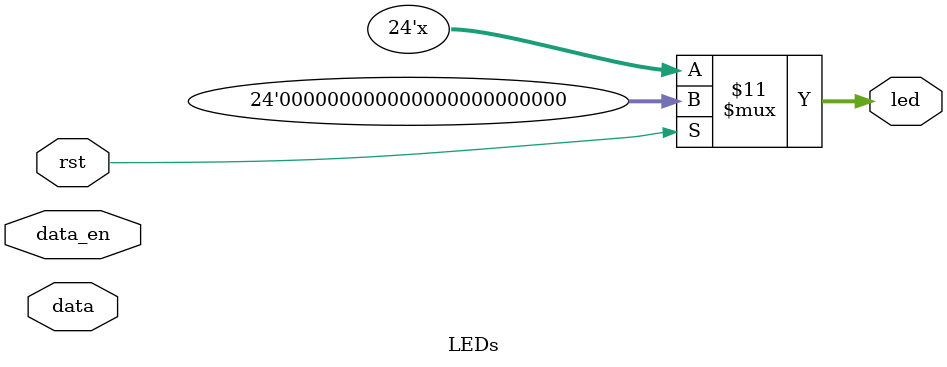
<source format=v>
`timescale 1ns / 1ps


module LEDs(
    input wire rst,
    input wire[31:0] data,
    input wire data_en,
    output reg[23:0] led
    );
    
    reg[31:0] data_1;
    
always @(*) begin
  if(rst) begin
    led=0;
    data_1=0;
  end
  else led=data_1[23:0];
  if(!rst&&data_en) data_1=data;
end
    
endmodule

</source>
